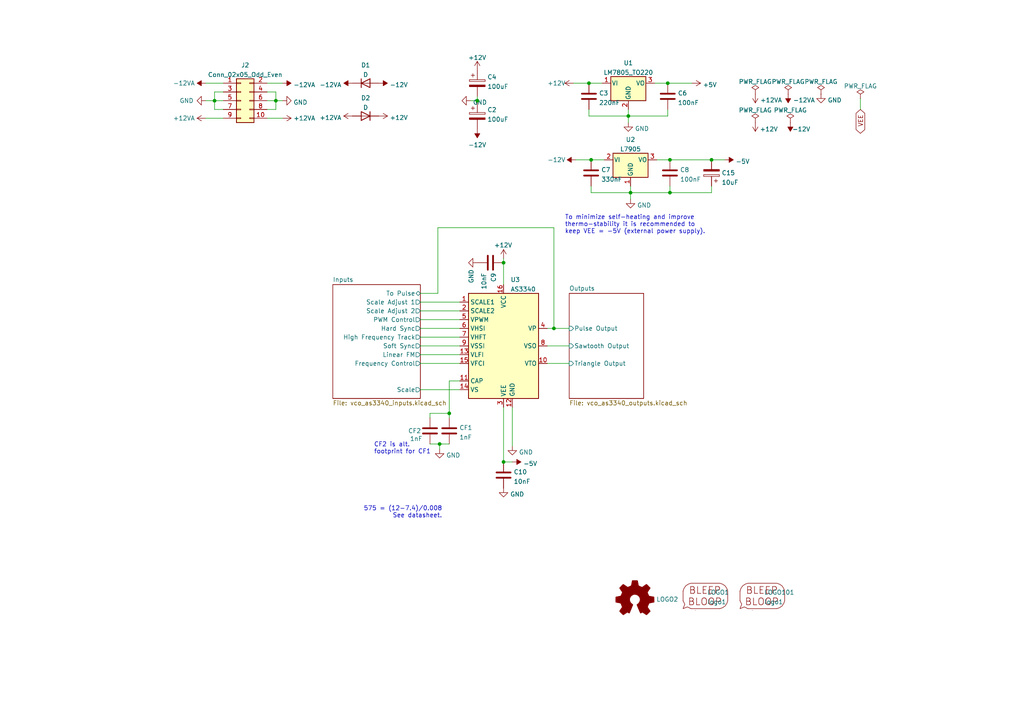
<source format=kicad_sch>
(kicad_sch (version 20211123) (generator eeschema)
  (paper "A4")
  (title_block (title "3340_VCO") (date "2022-12-09") (rev "2.0") (company "RobotDialogs"))
  (lib_symbols
    (symbol "Audio:AS3340"
      (property "Reference" "U" (at -5.08 17.78 0))
      (property "Value" "AS3340" (at 5.08 17.78 0))
      (symbol "AS3340_0_1"
        (rectangle (start -10.16 15.24) (end 10.16 -15.24) (stroke (width 0.254)) (fill (type background)))
      )
      (symbol "AS3340_1_1"
        (pin input line (at -12.7 12.7 0) (length 2.54) (name "SCALE1") (number "1"))
        (pin output line (at 12.7 -5.08 180) (length 2.54) (name "VTO") (number "10"))
        (pin passive line (at -12.7 -10.16 0) (length 2.54) (name "CAP") (number "11"))
        (pin power_in line (at 2.54 -17.78 90) (length 2.54) (name "GND") (number "12"))
        (pin input line (at -12.7 -2.54 0) (length 2.54) (name "VLFI") (number "13"))
        (pin passive line (at -12.7 -12.7 0) (length 2.54) (name "VS") (number "14"))
        (pin input line (at -12.7 -5.08 0) (length 2.54) (name "VFCI") (number "15"))
        (pin power_in line (at 0 17.78 270) (length 2.54) (name "VCC") (number "16"))
        (pin input line (at -12.7 10.16 0) (length 2.54) (name "SCALE2") (number "2"))
        (pin power_in line (at 0 -17.78 90) (length 2.54) (name "VEE") (number "3"))
        (pin output line (at 12.7 5.08 180) (length 2.54) (name "VP") (number "4"))
        (pin input line (at -12.7 7.62 0) (length 2.54) (name "VPWM") (number "5"))
        (pin input line (at -12.7 5.08 0) (length 2.54) (name "VHSI") (number "6"))
        (pin input line (at -12.7 2.54 0) (length 2.54) (name "VHFT") (number "7"))
        (pin output line (at 12.7 0 180) (length 2.54) (name "VSO") (number "8"))
        (pin input line (at -12.7 0 0) (length 2.54) (name "VSSI") (number "9"))
      )
    )
    (symbol "Connector_Generic:Conn_02x05_Odd_Even" (pin_names (offset 1.016) hide)
      (property "Reference" "J" (at 1.27 7.62 0))
      (property "Value" "Conn_02x05_Odd_Even" (at 1.27 -7.62 0))
      (symbol "Conn_02x05_Odd_Even_1_1"
        (rectangle (start -1.27 -4.953) (end 0 -5.207) (stroke (width 0.1524)))
        (rectangle (start -1.27 -2.413) (end 0 -2.667) (stroke (width 0.1524)))
        (rectangle (start -1.27 0.127) (end 0 -0.127) (stroke (width 0.1524)))
        (rectangle (start -1.27 2.667) (end 0 2.413) (stroke (width 0.1524)))
        (rectangle (start -1.27 5.207) (end 0 4.953) (stroke (width 0.1524)))
        (rectangle (start -1.27 6.35) (end 3.81 -6.35) (stroke (width 0.254)) (fill (type background)))
        (rectangle (start 3.81 -4.953) (end 2.54 -5.207) (stroke (width 0.1524)))
        (rectangle (start 3.81 -2.413) (end 2.54 -2.667) (stroke (width 0.1524)))
        (rectangle (start 3.81 0.127) (end 2.54 -0.127) (stroke (width 0.1524)))
        (rectangle (start 3.81 2.667) (end 2.54 2.413) (stroke (width 0.1524)))
        (rectangle (start 3.81 5.207) (end 2.54 4.953) (stroke (width 0.1524)))
        (pin passive line (at -5.08 5.08 0) (length 3.81) (name "Pin_1") (number "1"))
        (pin passive line (at 7.62 -5.08 180) (length 3.81) (name "Pin_10") (number "10"))
        (pin passive line (at 7.62 5.08 180) (length 3.81) (name "Pin_2") (number "2"))
        (pin passive line (at -5.08 2.54 0) (length 3.81) (name "Pin_3") (number "3"))
        (pin passive line (at 7.62 2.54 180) (length 3.81) (name "Pin_4") (number "4"))
        (pin passive line (at -5.08 0 0) (length 3.81) (name "Pin_5") (number "5"))
        (pin passive line (at 7.62 0 180) (length 3.81) (name "Pin_6") (number "6"))
        (pin passive line (at -5.08 -2.54 0) (length 3.81) (name "Pin_7") (number "7"))
        (pin passive line (at 7.62 -2.54 180) (length 3.81) (name "Pin_8") (number "8"))
        (pin passive line (at -5.08 -5.08 0) (length 3.81) (name "Pin_9") (number "9"))
      )
    )
    (symbol "Device:C" (pin_numbers hide) (pin_names (offset 0.254))
      (property "Reference" "C" (at 0.635 2.54 0))
      (property "Value" "C" (at 0.635 -2.54 0))
      (symbol "C_0_1"
        (polyline (pts (xy -2.032 -0.762) (xy 2.032 -0.762)) (stroke (width 0.508)))
        (polyline (pts (xy -2.032 0.762) (xy 2.032 0.762)) (stroke (width 0.508)))
      )
      (symbol "C_1_1"
        (pin passive line (at 0 3.81 270) (length 2.794) (name "~") (number "1"))
        (pin passive line (at 0 -3.81 90) (length 2.794) (name "~") (number "2"))
      )
    )
    (symbol "Device:C_Polarized" (pin_numbers hide) (pin_names (offset 0.254))
      (property "Reference" "C" (at 0.635 2.54 0))
      (property "Value" "C_Polarized" (at 0.635 -2.54 0))
      (symbol "C_Polarized_0_1"
        (rectangle (start -2.286 0.508) (end 2.286 1.016))
        (polyline (pts (xy -1.778 2.286) (xy -0.762 2.286)))
        (polyline (pts (xy -1.27 2.794) (xy -1.27 1.778)))
        (rectangle (start 2.286 -0.508) (end -2.286 -1.016) (fill (type outline)))
      )
      (symbol "C_Polarized_1_1"
        (pin passive line (at 0 3.81 270) (length 2.794) (name "~") (number "1"))
        (pin passive line (at 0 -3.81 90) (length 2.794) (name "~") (number "2"))
      )
    )
    (symbol "Device:D" (pin_numbers hide) (pin_names (offset 1.016) hide)
      (property "Reference" "D" (at 0 2.54 0))
      (property "Value" "D" (at 0 -2.54 0))
      (symbol "D_0_1"
        (polyline (pts (xy -1.27 1.27) (xy -1.27 -1.27)) (stroke (width 0.254)))
        (polyline (pts (xy 1.27 0) (xy -1.27 0)))
        (polyline (pts (xy 1.27 1.27) (xy 1.27 -1.27) (xy -1.27 0) (xy 1.27 1.27)) (stroke (width 0.254)))
      )
      (symbol "D_1_1"
        (pin passive line (at -3.81 0 0) (length 2.54) (name "K") (number "1"))
        (pin passive line (at 3.81 0 180) (length 2.54) (name "A") (number "2"))
      )
    )
    (symbol "My Stuff:Logo_Open_Hardware_Small" (pin_names (offset 1.016))
      (property "Reference" "LOGO1" (at 0 6.985 0))
      (symbol "Logo_Open_Hardware_Small_0_1"
        (polyline (pts (xy 3.3528 -4.3434) (xy 3.302 -4.318) (xy 3.175 -4.2418) (xy 2.9972 -4.1148) (xy 2.7686 -3.9624) (xy 2.54 -3.81) (xy 2.3622 -3.7084) (xy 2.2352 -3.6068) (xy 2.1844 -3.5814) (xy 2.159 -3.6068) (xy 2.0574 -3.6576) (xy 1.905 -3.7338) (xy 1.8034 -3.7846) (xy 1.6764 -3.8354) (xy 1.6002 -3.8354) (xy 1.6002 -3.8354) (xy 1.5494 -3.7338) (xy 1.4732 -3.5306) (xy 1.3462 -3.302) (xy 1.2446 -3.0226) (xy 1.1176 -2.7178) (xy 0.9652 -2.413) (xy 0.8636 -2.1082) (xy 0.7366 -1.8288) (xy 0.6604 -1.6256) (xy 0.6096 -1.4732) (xy 0.5842 -1.397) (xy 0.5842 -1.397) (xy 0.6604 -1.3208) (xy 0.7874 -1.2446) (xy 1.0414 -1.016) (xy 1.2954 -0.6858) (xy 1.4478 -0.3302) (xy 1.524 0.0762) (xy 1.4732 0.4572) (xy 1.3208 0.8128) (xy 1.0668 1.143) (xy 0.762 1.3716) (xy 0.4064 1.524) (xy 0 1.5748) (xy -0.381 1.5494) (xy -0.7366 1.397) (xy -1.0668 1.143) (xy -1.2192 0.9906) (xy -1.397 0.6604) (xy -1.524 0.3048) (xy -1.524 0.2286) (xy -1.4986 -0.1778) (xy -1.397 -0.5334) (xy -1.1938 -0.8636) (xy -0.9144 -1.143) (xy -0.8636 -1.1684) (xy -0.7366 -1.27) (xy -0.635 -1.3462) (xy -0.5842 -1.397) (xy -1.0668 -2.5908) (xy -1.143 -2.794) (xy -1.2954 -3.1242) (xy -1.397 -3.4036) (xy -1.4986 -3.6322) (xy -1.5748 -3.7846) (xy -1.6002 -3.8354) (xy -1.6002 -3.8354) (xy -1.651 -3.8354) (xy -1.7272 -3.81) (xy -1.905 -3.7338) (xy -2.0066 -3.683) (xy -2.1336 -3.6068) (xy -2.2098 -3.5814) (xy -2.2606 -3.6068) (xy -2.3622 -3.683) (xy -2.54 -3.81) (xy -2.7686 -3.9624) (xy -2.9718 -4.0894) (xy -3.1496 -4.2164) (xy -3.302 -4.318) (xy -3.3528 -4.3434) (xy -3.3782 -4.3434) (xy -3.429 -4.318) (xy -3.5306 -4.2164) (xy -3.7084 -4.064) (xy -3.937 -3.8354) (xy -3.9624 -3.81) (xy -4.1656 -3.6068) (xy -4.318 -3.4544) (xy -4.4196 -3.3274) (xy -4.445 -3.2766) (xy -4.445 -3.2766) (xy -4.4196 -3.2258) (xy -4.318 -3.0734) (xy -4.2164 -2.8956) (xy -4.064 -2.667) (xy -3.6576 -2.0828) (xy -3.8862 -1.5494) (xy -3.937 -1.3716) (xy -4.0386 -1.1684) (xy -4.0894 -1.0414) (xy -4.1148 -0.9652) (xy -4.191 -0.9398) (xy -4.318 -0.9144) (xy -4.5466 -0.8636) (xy -4.8006 -0.8128) (xy -5.0546 -0.7874) (xy -5.2578 -0.7366) (xy -5.4356 -0.7112) (xy -5.5118 -0.6858) (xy -5.5118 -0.6858) (xy -5.5372 -0.635) (xy -5.5372 -0.5588) (xy -5.5372 -0.4318) (xy -5.5626 -0.2286) (xy -5.5626 0.0762) (xy -5.5626 0.127) (xy -5.5372 0.4064) (xy -5.5372 0.635) (xy -5.5372 0.762) (xy -5.5372 0.8382) (xy -5.5372 0.8382) (xy -5.461 0.8382) (xy -5.3086 0.889) (xy -5.08 0.9144) (xy -4.826 0.9652) (xy -4.8006 0.9906) (xy -4.5466 1.0414) (xy -4.318 1.0668) (xy -4.1656 1.1176) (xy -4.0894 1.143) (xy -4.0894 1.143) (xy -4.0386 1.2446) (xy -3.9624 1.4224) (xy -3.8608 1.6256) (xy -3.7846 1.8288) (xy -3.7084 2.0066) (xy -3.6576 2.159) (xy -3.6322 2.2098) (xy -3.6322 2.2098) (xy -3.683 2.286) (xy -3.7592 2.413) (xy -3.8862 2.5908) (xy -4.064 2.8194) (xy -4.064 2.8448) (xy -4.2164 3.0734) (xy -4.3434 3.2512) (xy -4.4196 3.3782) (xy -4.445 3.4544) (xy -4.445 3.4544) (xy -4.3942 3.5052) (xy -4.2926 3.6322) (xy -4.1148 3.81) (xy -3.937 4.0132) (xy -3.8608 4.064) (xy -3.6576 4.2926) (xy -3.5052 4.4196) (xy -3.4036 4.4958) (xy -3.3528 4.5212) (xy -3.3528 4.5212) (xy -3.302 4.4704) (xy -3.1496 4.3688) (xy -2.9718 4.2418) (xy -2.7432 4.0894) (xy -2.7178 4.0894) (xy -2.4892 3.937) (xy -2.3114 3.81) (xy -2.1844 3.7084) (xy -2.1336 3.683) (xy -2.1082 3.683) (xy -2.032 3.7084) (xy -1.8542 3.7592) (xy -1.6764 3.8354) (xy -1.4732 3.937) (xy -1.27 4.0132) (xy -1.143 4.064) (xy -1.0668 4.1148) (xy -1.0668 4.1148) (xy -1.0414 4.191) (xy -1.016 4.3434) (xy -0.9652 4.572) (xy -0.9144 4.8514) (xy -0.889 4.9022) (xy -0.8382 5.1562) (xy -0.8128 5.3848) (xy -0.7874 5.5372) (xy -0.762 5.588) (xy -0.7112 5.6134) (xy -0.5842 5.6134) (xy -0.4064 5.6134) (xy -0.1524 5.6134) (xy 0.0762 5.6134) (xy 0.3302 5.6134) (xy 0.5334 5.6134) (xy 0.6858 5.588) (xy 0.7366 5.588) (xy 0.7366 5.588) (xy 0.762 5.5118) (xy 0.8128 5.334) (xy 0.8382 5.1054) (xy 0.9144 4.826) (xy 0.9144 4.7752) (xy 0.9652 4.5212) (xy 1.016 4.2926) (xy 1.0414 4.1402) (xy 1.0668 4.0894) (xy 1.0668 4.0894) (xy 1.1938 4.0386) (xy 1.3716 3.9624) (xy 1.5748 3.8608) (xy 2.0828 3.6576) (xy 2.7178 4.0894) (xy 2.7686 4.1402) (xy 2.9972 4.2926) (xy 3.175 4.4196) (xy 3.302 4.4958) (xy 3.3782 4.5212) (xy 3.3782 4.5212) (xy 3.429 4.4704) (xy 3.556 4.3434) (xy 3.7338 4.191) (xy 3.9116 3.9878) (xy 4.064 3.8354) (xy 4.2418 3.6576) (xy 4.3434 3.556) (xy 4.4196 3.4798) (xy 4.4196 3.429) (xy 4.4196 3.4036) (xy 4.3942 3.3274) (xy 4.2926 3.2004) (xy 4.1656 2.9972) (xy 4.0132 2.794) (xy 3.8862 2.5908) (xy 3.7592 2.3876) (xy 3.6576 2.2352) (xy 3.6322 2.159) (xy 3.6322 2.1336) (xy 3.683 2.0066) (xy 3.7592 1.8288) (xy 3.8608 1.6002) (xy 4.064 1.1176) (xy 4.3942 1.0414) (xy 4.5974 1.016) (xy 4.8768 0.9652) (xy 5.1308 0.9144) (xy 5.5372 0.8382) (xy 5.5626 -0.6604) (xy 5.4864 -0.6858) (xy 5.4356 -0.6858) (xy 5.2832 -0.7366) (xy 5.0546 -0.762) (xy 4.8006 -0.8128) (xy 4.5974 -0.8636) (xy 4.3688 -0.9144) (xy 4.2164 -0.9398) (xy 4.1402 -0.9398) (xy 4.1148 -0.9652) (xy 4.064 -1.0668) (xy 3.9878 -1.2446) (xy 3.9116 -1.4478) (xy 3.81 -1.651) (xy 3.7338 -1.8542) (xy 3.683 -2.0066) (xy 3.6576 -2.0828) (xy 3.683 -2.1336) (xy 3.7846 -2.2606) (xy 3.8862 -2.4638) (xy 4.0386 -2.667) (xy 4.191 -2.8956) (xy 4.318 -3.0734) (xy 4.3942 -3.2004) (xy 4.445 -3.2766) (xy 4.4196 -3.3274) (xy 4.3434 -3.429) (xy 4.1656 -3.5814) (xy 3.937 -3.8354) (xy 3.8862 -3.8608) (xy 3.683 -4.064) (xy 3.5306 -4.2164) (xy 3.4036 -4.318) (xy 3.3528 -4.3434)) (fill (type outline)))
      )
    )
    (symbol "My Stuff:logo1" (pin_names (offset 1.016))
      (property "Reference" "LOGO" (at 0 -4.826 0))
      (property "Value" "logo1" (at 0 4.826 0))
      (symbol "logo1_0_0"
        (text "" (at -1.27 1.27 0) (effects (font (size 1.27 1.27))))
        (text "BLEEP" (at 0 1.524 0) (effects (font (size 2 2))))
        (text "BLOOP" (at 0 -1.778 0) (effects (font (size 2 2))))
      )
      (symbol "logo1_0_1"
        (rectangle (start -2.794 -4.318) (end -2.794 -4.318) (stroke (width 0.1524)))
        (polyline (pts (xy -6.35 1.27) (xy -6.35 -1.524)) (stroke (width 0.1524)))
        (polyline (pts (xy -4.064 -3.81) (xy 4.318 -3.81)) (stroke (width 0.1524)))
        (polyline (pts (xy -4.064 3.556) (xy 4.318 3.556)) (stroke (width 0.1524)))
        (polyline (pts (xy 6.604 1.27) (xy 6.604 -1.524)) (stroke (width 0.1524)))
        (polyline (pts (xy -6.35 1.27) (xy -6.096 2.032) (xy -5.588 2.794) (xy -4.826 3.302) (xy -4.064 3.556)) (stroke (width 0.1524)))
        (polyline (pts (xy -4.064 -3.81) (xy -5.08 -3.302) (xy -6.35 -3.81) (xy -5.842 -2.54) (xy -6.35 -1.524)) (stroke (width 0.1524)))
        (polyline (pts (xy 4.318 3.556) (xy 5.08 3.302) (xy 5.842 2.794) (xy 6.35 2.032) (xy 6.604 1.27)) (stroke (width 0.1524)))
        (polyline (pts (xy 6.604 -1.524) (xy 6.35 -2.286) (xy 5.842 -3.048) (xy 5.08 -3.556) (xy 4.318 -3.81)) (stroke (width 0.1524)))
      )
    )
    (symbol "Regulator_Linear:L7905" (pin_names (offset 0.254))
      (property "Reference" "U" (at -3.81 -3.175 0))
      (property "Value" "L7905" (at 0 -3.175 0))
      (symbol "L7905_0_1"
        (rectangle (start -5.08 5.08) (end 5.08 -1.905) (stroke (width 0.254)) (fill (type background)))
      )
      (symbol "L7905_1_1"
        (pin power_in line (at 0 7.62 270) (length 2.54) (name "GND") (number "1"))
        (pin power_in line (at -7.62 0 0) (length 2.54) (name "VI") (number "2"))
        (pin power_out line (at 7.62 0 180) (length 2.54) (name "VO") (number "3"))
      )
    )
    (symbol "Regulator_Linear:LM7805_TO220" (pin_names (offset 0.254))
      (property "Reference" "U" (at -3.81 3.175 0))
      (property "Value" "LM7805_TO220" (at 0 3.175 0))
      (symbol "LM7805_TO220_0_1"
        (rectangle (start -5.08 1.905) (end 5.08 -5.08) (stroke (width 0.254)) (fill (type background)))
      )
      (symbol "LM7805_TO220_1_1"
        (pin power_in line (at -7.62 0 0) (length 2.54) (name "VI") (number "1"))
        (pin power_in line (at 0 -7.62 90) (length 2.54) (name "GND") (number "2"))
        (pin power_out line (at 7.62 0 180) (length 2.54) (name "VO") (number "3"))
      )
    )
    (symbol "power:+12V" (power) (pin_names (offset 0))
      (property "Value" "+12V" (at 0 3.556 0))
      (symbol "+12V_0_1"
        (polyline (pts (xy -0.762 1.27) (xy 0 2.54)))
        (polyline (pts (xy 0 0) (xy 0 2.54)))
        (polyline (pts (xy 0 2.54) (xy 0.762 1.27)))
      )
      (symbol "+12V_1_1"
        (pin power_in line (at 0 0 90) (length 0) hide (name "+12V") (number "1"))
      )
    )
    (symbol "power:+12VA" (power) (pin_names (offset 0))
      (property "Value" "+12VA" (at 0 3.556 0))
      (symbol "+12VA_0_1"
        (polyline (pts (xy -0.762 1.27) (xy 0 2.54)))
        (polyline (pts (xy 0 0) (xy 0 2.54)))
        (polyline (pts (xy 0 2.54) (xy 0.762 1.27)))
      )
      (symbol "+12VA_1_1"
        (pin power_in line (at 0 0 90) (length 0) hide (name "+12VA") (number "1"))
      )
    )
    (symbol "power:+5V" (power) (pin_names (offset 0))
      (property "Value" "+5V" (at 0 3.556 0))
      (symbol "+5V_0_1"
        (polyline (pts (xy -0.762 1.27) (xy 0 2.54)))
        (polyline (pts (xy 0 0) (xy 0 2.54)))
        (polyline (pts (xy 0 2.54) (xy 0.762 1.27)))
      )
      (symbol "+5V_1_1"
        (pin power_in line (at 0 0 90) (length 0) hide (name "+5V") (number "1"))
      )
    )
    (symbol "power:-12V" (power) (pin_names (offset 0))
      (property "Value" "-12V" (at 0 3.81 0))
      (symbol "-12V_0_0"
        (pin power_in line (at 0 0 90) (length 0) hide (name "-12V") (number "1"))
      )
      (symbol "-12V_0_1"
        (polyline (pts (xy 0 0) (xy 0 1.27) (xy 0.762 1.27) (xy 0 2.54) (xy -0.762 1.27) (xy 0 1.27)) (fill (type outline)))
      )
    )
    (symbol "power:-12VA" (power) (pin_names (offset 0))
      (property "Value" "-12VA" (at 0 3.556 0))
      (symbol "-12VA_0_0"
        (pin power_in line (at 0 0 90) (length 0) hide (name "-12VA") (number "1"))
      )
      (symbol "-12VA_0_1"
        (polyline (pts (xy 0 0) (xy 0 1.27) (xy 0.762 1.27) (xy 0 2.54) (xy -0.762 1.27) (xy 0 1.27)) (fill (type outline)))
      )
    )
    (symbol "power:-5V" (power) (pin_names (offset 0))
      (property "Value" "-5V" (at 0 3.81 0))
      (symbol "-5V_0_0"
        (pin power_in line (at 0 0 90) (length 0) hide (name "-5V") (number "1"))
      )
      (symbol "-5V_0_1"
        (polyline (pts (xy 0 0) (xy 0 1.27) (xy 0.762 1.27) (xy 0 2.54) (xy -0.762 1.27) (xy 0 1.27)) (fill (type outline)))
      )
    )
    (symbol "power:GND" (power) (pin_names (offset 0))
      (property "Value" "GND" (at 0 -3.81 0))
      (symbol "GND_0_1"
        (polyline (pts (xy 0 0) (xy 0 -1.27) (xy 1.27 -1.27) (xy 0 -2.54) (xy -1.27 -1.27) (xy 0 -1.27)))
      )
      (symbol "GND_1_1"
        (pin power_in line (at 0 0 270) (length 0) hide (name "GND") (number "1"))
      )
    )
    (symbol "power:PWR_FLAG" (power) (pin_numbers hide) (pin_names (offset 0) hide)
      (property "Value" "PWR_FLAG" (at 0 3.81 0))
      (symbol "PWR_FLAG_0_0"
        (pin power_out line (at 0 0 90) (length 0) (name "pwr") (number "1"))
      )
      (symbol "PWR_FLAG_0_1"
        (polyline (pts (xy 0 0) (xy 0 1.27) (xy -1.016 1.905) (xy 0 2.54) (xy 1.016 1.905) (xy 0 1.27)))
      )
    )
  )
  (junction (at 194.31 55.88))
  (junction (at 80.01 29.21))
  (junction (at 127.508 128.778))
  (junction (at 130.302 119.888))
  (junction (at 206.375 46.355))
  (junction (at 146.05 133.985))
  (junction (at 160.655 95.25))
  (junction (at 171.45 46.355))
  (junction (at 170.815 24.13))
  (junction (at 62.23 29.21))
  (junction (at 194.31 46.355))
  (junction (at 182.88 55.88))
  (junction (at 182.245 33.655))
  (junction (at 146.05 76.2))
  (junction (at 138.43 29.21))
  (junction (at 193.675 24.13))
  (wire (pts (xy 127 66.04) (xy 160.655 66.04)))
  (wire (pts (xy 146.05 133.985) (xy 148.59 133.985)))
  (wire (pts (xy 121.92 92.71) (xy 133.35 92.71)))
  (wire (pts (xy 127.508 130.302) (xy 127.508 128.778)))
  (wire (pts (xy 182.245 31.75) (xy 182.245 33.655)))
  (wire (pts (xy 138.43 29.21) (xy 138.43 29.845)))
  (wire (pts (xy 136.525 29.21) (xy 138.43 29.21)))
  (wire (pts (xy 189.865 24.13) (xy 193.675 24.13)))
  (wire (pts (xy 148.59 129.413) (xy 148.59 118.11)))
  (wire (pts (xy 62.23 26.67) (xy 62.23 29.21)))
  (wire (pts (xy 64.77 26.67) (xy 62.23 26.67)))
  (wire (pts (xy 121.92 113.03) (xy 133.35 113.03)))
  (wire (pts (xy 167.005 46.355) (xy 171.45 46.355)))
  (wire (pts (xy 80.01 29.21) (xy 80.01 31.75)))
  (wire (pts (xy 171.45 46.355) (xy 175.26 46.355)))
  (wire (pts (xy 182.88 55.88) (xy 182.88 57.785)))
  (wire (pts (xy 146.05 118.11) (xy 146.05 133.985)))
  (wire (pts (xy 158.75 105.41) (xy 165.1 105.41)))
  (wire (pts (xy 133.35 110.49) (xy 130.302 110.49)))
  (wire (pts (xy 193.675 24.13) (xy 200.66 24.13)))
  (wire (pts (xy 130.302 110.49) (xy 130.302 119.888)))
  (wire (pts (xy 121.92 87.63) (xy 133.35 87.63)))
  (wire (pts (xy 59.69 24.13) (xy 64.77 24.13)))
  (wire (pts (xy 160.655 66.04) (xy 160.655 95.25)))
  (wire (pts (xy 127 66.04) (xy 127 85.09)))
  (wire (pts (xy 194.31 46.355) (xy 206.375 46.355)))
  (wire (pts (xy 146.05 76.2) (xy 146.05 82.55)))
  (wire (pts (xy 206.375 53.975) (xy 206.375 55.88)))
  (wire (pts (xy 171.45 53.975) (xy 171.45 55.88)))
  (wire (pts (xy 62.23 29.21) (xy 64.77 29.21)))
  (wire (pts (xy 121.92 95.25) (xy 133.35 95.25)))
  (wire (pts (xy 249.555 31.75) (xy 249.555 28.575)))
  (wire (pts (xy 206.375 46.355) (xy 210.185 46.355)))
  (wire (pts (xy 182.88 53.975) (xy 182.88 55.88)))
  (wire (pts (xy 77.47 24.13) (xy 81.915 24.13)))
  (wire (pts (xy 77.47 26.67) (xy 80.01 26.67)))
  (wire (pts (xy 62.23 29.21) (xy 62.23 31.75)))
  (wire (pts (xy 170.815 31.75) (xy 170.815 33.655)))
  (wire (pts (xy 80.01 29.21) (xy 81.915 29.21)))
  (wire (pts (xy 121.92 100.33) (xy 133.35 100.33)))
  (wire (pts (xy 130.302 119.888) (xy 130.302 121.158)))
  (wire (pts (xy 170.815 33.655) (xy 182.245 33.655)))
  (wire (pts (xy 80.01 26.67) (xy 80.01 29.21)))
  (wire (pts (xy 127.508 128.778) (xy 130.302 128.778)))
  (wire (pts (xy 80.01 31.75) (xy 77.47 31.75)))
  (wire (pts (xy 193.675 33.655) (xy 193.675 31.75)))
  (wire (pts (xy 182.245 33.655) (xy 193.675 33.655)))
  (wire (pts (xy 62.23 31.75) (xy 64.77 31.75)))
  (wire (pts (xy 121.92 90.17) (xy 133.35 90.17)))
  (wire (pts (xy 158.75 95.25) (xy 160.655 95.25)))
  (wire (pts (xy 77.47 34.29) (xy 81.915 34.29)))
  (wire (pts (xy 194.31 55.88) (xy 194.31 53.975)))
  (wire (pts (xy 127 85.09) (xy 121.92 85.09)))
  (wire (pts (xy 124.714 121.158) (xy 124.714 119.888)))
  (wire (pts (xy 166.37 24.13) (xy 170.815 24.13)))
  (wire (pts (xy 146.05 74.93) (xy 146.05 76.2)))
  (wire (pts (xy 59.69 29.21) (xy 62.23 29.21)))
  (wire (pts (xy 121.92 97.79) (xy 133.35 97.79)))
  (wire (pts (xy 158.75 100.33) (xy 165.1 100.33)))
  (wire (pts (xy 190.5 46.355) (xy 194.31 46.355)))
  (wire (pts (xy 206.375 55.88) (xy 194.31 55.88)))
  (wire (pts (xy 77.47 29.21) (xy 80.01 29.21)))
  (wire (pts (xy 160.655 95.25) (xy 165.1 95.25)))
  (wire (pts (xy 64.77 34.29) (xy 59.69 34.29)))
  (wire (pts (xy 124.714 119.888) (xy 130.302 119.888)))
  (wire (pts (xy 138.43 27.94) (xy 138.43 29.21)))
  (wire (pts (xy 182.245 33.655) (xy 182.245 35.56)))
  (wire (pts (xy 124.714 128.778) (xy 127.508 128.778)))
  (wire (pts (xy 171.45 55.88) (xy 182.88 55.88)))
  (wire (pts (xy 121.92 102.87) (xy 133.35 102.87)))
  (wire (pts (xy 170.815 24.13) (xy 174.625 24.13)))
  (wire (pts (xy 182.88 55.88) (xy 194.31 55.88)))
  (wire (pts (xy 121.92 105.41) (xy 133.35 105.41)))
  (text "575 = (12-7.4)/0.008\nSee datasheet." (at 128.27 150.368 180) (effects (font (size 1.27 1.27)) (justify right bottom)))
  (text "To minimize self-heating and improve\nthermo-stability it is recommended to\nkeep VEE = -5V (external power supply)." (at 163.83 67.945 0) (effects (font (size 1.27 1.27)) (justify left bottom)))
  (text "CF2 is alt. \nfootprint for CF1" (at 108.458 131.826 0) (effects (font (size 1.27 1.27)) (justify left bottom)))
  (global_label "VEE" (shape bidirectional) (at 249.555 31.75 270) (property "Intersheet References" "${INTERSHEET_REFS}" (effects hide)))
  (symbol (lib_id "Device:D") (at 106.045 24.13 0) (unit 1)
    (property "Reference" "D1" (at 106.045 18.8935 0))
    (property "Value" "D" (at 106.045 21.6686 0))
    (property "Footprint" "Diode_THT:D_A-405_P2.54mm_Vertical_KathodeUp" (effects hide))
  )
  (symbol (lib_id "Device:C_Polarized") (at 138.43 24.13 0) (unit 1)
    (property "Reference" "C4" (at 141.351 22.3325 0) (effects (justify left)))
    (property "Value" "100uF" (at 141.351 25.1076 0) (effects (justify left)))
    (property "Footprint" "Capacitor_THT:CP_Radial_D5.0mm_P2.50mm" (effects hide))
  )
  (symbol (lib_id "power:+12VA") (at 59.69 34.29 90) (unit 1)
    (property "Reference" "#PWR0106" (effects hide))
    (property "Value" "+12VA" (at 50.165 34.29 90) (effects (justify right)))
  )
  (symbol (lib_id "power:-12VA") (at 228.6 27.305 180) (unit 1)
    (property "Reference" "#PWR0126" (effects hide))
    (property "Value" "-12VA" (at 229.997 29.054 0) (effects (justify right)))
  )
  (symbol (lib_id "power:+12V") (at 138.43 20.32 0) (unit 1)
    (property "Reference" "#PWR0130" (effects hide))
    (property "Value" "+12V" (at 138.43 16.7155 0))
  )
  (symbol (lib_id "power:GND") (at 148.59 129.413 0) (unit 1)
    (property "Reference" "#PWR06" (effects hide))
    (property "Value" "GND" (at 150.495 131.162 0) (effects (justify left)))
  )
  (symbol (lib_id "power:GND") (at 138.43 76.2 270) (unit 1)
    (property "Reference" "#PWR05" (effects hide))
    (property "Value" "GND" (at 136.681 78.105 0) (effects (justify left)))
  )
  (symbol (lib_id "Connector_Generic:Conn_02x05_Odd_Even") (at 69.85 29.21 0) (unit 1)
    (property "Reference" "J2" (at 71.12 18.8935 0))
    (property "Value" "Conn_02x05_Odd_Even" (at 71.12 21.6686 0))
    (property "Footprint" "Connector_IDC:IDC-Header_2x05_P2.54mm_Vertical" (effects hide))
  )
  (symbol (lib_id "My Stuff:Logo_Open_Hardware_Small") (at 184.15 173.99 0) (unit 1)
    (property "Reference" "LOGO2" (at 190.3476 173.834 0) (effects (justify left)))
    (property "Value" "Logo_Open_Hardware_Small" (effects hide))
    (property "Footprint" "Symbol:OSHW-Symbol_6.7x6mm_SilkScreen" (effects hide))
  )
  (symbol (lib_id "power:-12V") (at 138.43 37.465 180) (unit 1)
    (property "Reference" "#PWR0122" (effects hide))
    (property "Value" "-12V" (at 138.43 42.0275 0))
  )
  (symbol (lib_id "power:+12V") (at 109.855 33.655 270) (unit 1)
    (property "Reference" "#PWR0112" (effects hide))
    (property "Value" "+12V" (at 113.03 34.134 90) (effects (justify left)))
  )
  (symbol (lib_id "power:-12VA") (at 59.69 24.13 90) (unit 1)
    (property "Reference" "#PWR0105" (effects hide))
    (property "Value" "-12VA" (at 50.165 24.13 90) (effects (justify right)))
  )
  (symbol (lib_id "power:-12V") (at 229.235 35.56 180) (unit 1)
    (property "Reference" "#PWR0127" (effects hide))
    (property "Value" "-12V" (at 232.41 37.465 0))
  )
  (symbol (lib_id "Device:C_Polarized") (at 138.43 33.655 0) (unit 1)
    (property "Reference" "C2" (at 141.351 31.8575 0) (effects (justify left)))
    (property "Value" "100uF" (at 141.351 34.6326 0) (effects (justify left)))
    (property "Footprint" "Capacitor_THT:CP_Radial_D5.0mm_P2.50mm" (effects hide))
  )
  (symbol (lib_id "power:PWR_FLAG") (at 219.075 35.56 0) (unit 1)
    (property "Reference" "#FLG0102" (effects hide))
    (property "Value" "PWR_FLAG" (at 219.075 31.9555 0))
  )
  (symbol (lib_id "power:-5V") (at 148.59 133.985 270) (unit 1)
    (property "Reference" "#PWR09" (effects hide))
    (property "Value" "-5V" (at 151.765 134.464 90) (effects (justify left)))
  )
  (symbol (lib_id "power:PWR_FLAG") (at 249.555 28.575 0) (unit 1)
    (property "Reference" "#FLG0106" (effects hide))
    (property "Value" "PWR_FLAG" (at 249.555 24.9705 0))
  )
  (symbol (lib_id "power:GND") (at 182.245 35.56 0) (unit 1)
    (property "Reference" "#PWR0101" (effects hide))
    (property "Value" "GND" (at 184.15 37.309 0) (effects (justify left)))
  )
  (symbol (lib_id "power:+12V") (at 219.075 35.56 180) (unit 1)
    (property "Reference" "#PWR0124" (effects hide))
    (property "Value" "+12V" (at 220.345 37.465 0) (effects (justify right)))
  )
  (symbol (lib_id "Device:C") (at 194.31 50.165 0) (unit 1)
    (property "Reference" "C8" (at 197.231 49.2565 0) (effects (justify left)))
    (property "Value" "100nF" (at 197.231 52.0316 0) (effects (justify left)))
    (property "Footprint" "Capacitor_SMD:C_1206_3216Metric_Pad1.33x1.80mm_HandSolder" (effects hide))
  )
  (symbol (lib_id "power:+12VA") (at 219.075 27.305 180) (unit 1)
    (property "Reference" "#PWR0125" (effects hide))
    (property "Value" "+12VA" (at 220.472 29.054 0) (effects (justify right)))
  )
  (symbol (lib_id "power:PWR_FLAG") (at 238.125 27.305 0) (unit 1)
    (property "Reference" "#FLG0103" (effects hide))
    (property "Value" "PWR_FLAG" (at 238.125 23.7005 0))
  )
  (symbol (lib_id "power:GND") (at 146.05 141.605 0) (unit 1)
    (property "Reference" "#PWR010" (effects hide))
    (property "Value" "GND" (at 147.955 143.354 0) (effects (justify left)))
  )
  (symbol (lib_id "power:-12VA") (at 102.235 24.13 90) (unit 1)
    (property "Reference" "#PWR0107" (effects hide))
    (property "Value" "-12VA" (at 99.06 24.609 90) (effects (justify left)))
  )
  (symbol (lib_id "Device:C") (at 130.302 124.968 0) (unit 1)
    (property "Reference" "CF1" (at 133.223 124.0595 0) (effects (justify left)))
    (property "Value" "1nF" (at 133.223 126.8346 0) (effects (justify left)))
    (property "Footprint" "Capacitor_THT:C_Rect_L10.0mm_W2.5mm_P7.50mm_MKS4" (effects hide))
  )
  (symbol (lib_id "power:GND") (at 182.88 57.785 0) (unit 1)
    (property "Reference" "#PWR03" (effects hide))
    (property "Value" "GND" (at 184.785 59.534 0) (effects (justify left)))
  )
  (symbol (lib_id "power:+12V") (at 146.05 74.93 0) (unit 1)
    (property "Reference" "#PWR04" (effects hide))
    (property "Value" "+12V" (at 148.59 71.12 0) (effects (justify right)))
  )
  (symbol (lib_id "power:PWR_FLAG") (at 219.075 27.305 0) (unit 1)
    (property "Reference" "#FLG0101" (effects hide))
    (property "Value" "PWR_FLAG" (at 219.075 23.7005 0))
  )
  (symbol (lib_id "power:PWR_FLAG") (at 228.6 27.305 0) (unit 1)
    (property "Reference" "#FLG0104" (effects hide))
    (property "Value" "PWR_FLAG" (at 228.6 23.7005 0))
  )
  (symbol (lib_id "Device:C") (at 146.05 137.795 0) (unit 1)
    (property "Reference" "C10" (at 148.971 136.8865 0) (effects (justify left)))
    (property "Value" "10nF" (at 148.971 139.6616 0) (effects (justify left)))
    (property "Footprint" "Capacitor_SMD:C_1206_3216Metric_Pad1.33x1.80mm_HandSolder" (effects hide))
  )
  (symbol (lib_id "power:+5V") (at 200.66 24.13 270) (unit 1)
    (property "Reference" "#PWR0102" (effects hide))
    (property "Value" "+5V" (at 203.835 24.609 90) (effects (justify left)))
  )
  (symbol (lib_id "Regulator_Linear:LM7805_TO220") (at 182.245 24.13 0) (unit 1)
    (property "Reference" "U1" (at 182.245 18.2585 0))
    (property "Value" "LM7805_TO220" (at 182.245 21.0336 0))
    (property "Footprint" "Package_TO_SOT_THT:TO-220-3_Vertical" (effects hide))
    (property "Datasheet" "https://www.onsemi.cn/PowerSolutions/document/MC7800-D.PDF" (effects hide))
  )
  (symbol (lib_id "power:+12V") (at 166.37 24.13 90) (unit 1)
    (property "Reference" "#PWR0103" (effects hide))
    (property "Value" "+12V" (at 158.75 24.13 90) (effects (justify right)))
  )
  (symbol (lib_id "power:-12V") (at 167.005 46.355 90) (unit 1)
    (property "Reference" "#PWR01" (effects hide))
    (property "Value" "-12V" (at 158.75 46.355 90) (effects (justify right)))
  )
  (symbol (lib_id "power:GND") (at 81.915 29.21 90) (unit 1)
    (property "Reference" "#PWR0111" (effects hide))
    (property "Value" "GND" (at 85.09 29.689 90) (effects (justify right)))
  )
  (symbol (lib_id "Device:C") (at 193.675 27.94 0) (unit 1)
    (property "Reference" "C6" (at 196.596 27.0315 0) (effects (justify left)))
    (property "Value" "100nF" (at 196.596 29.8066 0) (effects (justify left)))
    (property "Footprint" "Capacitor_SMD:C_1206_3216Metric_Pad1.33x1.80mm_HandSolder" (effects hide))
  )
  (symbol (lib_id "Audio:AS3340") (at 146.05 100.33 0) (unit 1)
    (property "Reference" "U3" (at 148.0694 81.1235 0) (effects (justify left)))
    (property "Value" "AS3340" (at 148.0694 83.8986 0) (effects (justify left)))
    (property "Footprint" "Package_DIP:DIP-16_W7.62mm_Socket_LongPads" (effects hide))
    (property "Datasheet" "http://www.alfarzpp.lv/eng/sc/AS3340.pdf" (effects hide))
  )
  (symbol (lib_id "Device:C_Polarized") (at 206.375 50.165 180) (unit 1)
    (property "Reference" "C15" (at 209.296 50.1455 0) (effects (justify right)))
    (property "Value" "10uF" (at 209.296 52.9206 0) (effects (justify right)))
    (property "Footprint" "Capacitor_THT:CP_Radial_D5.0mm_P2.50mm" (effects hide))
  )
  (symbol (lib_id "power:+12VA") (at 102.235 33.655 90) (unit 1)
    (property "Reference" "#PWR0108" (effects hide))
    (property "Value" "+12VA" (at 99.06 34.134 90) (effects (justify left)))
  )
  (symbol (lib_id "Device:C") (at 171.45 50.165 0) (unit 1)
    (property "Reference" "C7" (at 174.371 49.2565 0) (effects (justify left)))
    (property "Value" "330nF" (at 174.371 52.0316 0) (effects (justify left)))
    (property "Footprint" "Capacitor_SMD:C_1206_3216Metric_Pad1.33x1.80mm_HandSolder" (effects hide))
  )
  (symbol (lib_id "power:-12V") (at 109.855 24.13 270) (unit 1)
    (property "Reference" "#PWR0113" (effects hide))
    (property "Value" "-12V" (at 113.03 24.609 90) (effects (justify left)))
  )
  (symbol (lib_id "My Stuff:logo1") (at 220.98 172.72 0) (unit 1)
    (property "Reference" "LOGO101" (at 221.615 171.8115 0) (effects (justify left)))
    (property "Value" "logo1" (at 221.615 174.5866 0) (effects (justify left)))
    (property "Footprint" "My Stuff:Logo2" (effects hide))
  )
  (symbol (lib_id "Device:C") (at 170.815 27.94 0) (unit 1)
    (property "Reference" "C3" (at 173.736 27.0315 0) (effects (justify left)))
    (property "Value" "220nF" (at 173.736 29.8066 0) (effects (justify left)))
    (property "Footprint" "Capacitor_SMD:C_1206_3216Metric_Pad1.33x1.80mm_HandSolder" (effects hide))
  )
  (symbol (lib_id "power:-5V") (at 210.185 46.355 270) (unit 1)
    (property "Reference" "#PWR02" (effects hide))
    (property "Value" "-5V" (at 213.36 46.834 90) (effects (justify left)))
  )
  (symbol (lib_id "power:GND") (at 136.525 29.21 270) (unit 1)
    (property "Reference" "#PWR0123" (effects hide))
    (property "Value" "GND" (at 137.16 29.689 90) (effects (justify left)))
  )
  (symbol (lib_id "power:-12VA") (at 81.915 24.13 270) (unit 1)
    (property "Reference" "#PWR0109" (effects hide))
    (property "Value" "-12VA" (at 85.09 24.609 90) (effects (justify left)))
  )
  (symbol (lib_id "Regulator_Linear:L7905") (at 182.88 46.355 0) (mirror x) (unit 1)
    (property "Reference" "U2" (at 182.88 40.4835 0))
    (property "Value" "L7905" (at 182.88 43.2586 0))
    (property "Footprint" "Package_TO_SOT_THT:TO-220-3_Vertical" (effects hide))
    (property "Datasheet" "http://www.st.com/content/ccc/resource/technical/document/datasheet/c9/16/86/41/c7/2b/45/f2/CD00000450.pdf/files/CD00000450.pdf/jcr:content/translations/en.CD00000450.pdf" (effects hide))
  )
  (symbol (lib_id "power:GND") (at 127.508 130.302 0) (unit 1)
    (property "Reference" "#PWR07" (effects hide))
    (property "Value" "GND" (at 129.413 132.051 0) (effects (justify left)))
  )
  (symbol (lib_id "power:+12VA") (at 81.915 34.29 270) (unit 1)
    (property "Reference" "#PWR0110" (effects hide))
    (property "Value" "+12VA" (at 85.09 34.29 90) (effects (justify left)))
  )
  (symbol (lib_id "power:GND") (at 238.125 27.305 0) (unit 1)
    (property "Reference" "#PWR0128" (effects hide))
    (property "Value" "GND" (at 240.03 29.054 0) (effects (justify left)))
  )
  (symbol (lib_id "power:PWR_FLAG") (at 229.235 35.56 0) (unit 1)
    (property "Reference" "#FLG0105" (effects hide))
    (property "Value" "PWR_FLAG" (at 229.235 31.9555 0))
  )
  (symbol (lib_id "Device:D") (at 106.045 33.655 180) (unit 1)
    (property "Reference" "D2" (at 106.045 28.4185 0))
    (property "Value" "D" (at 106.045 31.1936 0))
    (property "Footprint" "Diode_THT:D_A-405_P2.54mm_Vertical_KathodeUp" (effects hide))
  )
  (symbol (lib_id "My Stuff:logo1") (at 204.47 172.72 0) (unit 1)
    (property "Reference" "LOGO1" (at 205.105 171.8115 0) (effects (justify left)))
    (property "Value" "logo1" (at 205.105 174.5866 0) (effects (justify left)))
    (property "Footprint" "My Stuff:Logo1" (effects hide))
  )
  (symbol (lib_id "power:GND") (at 59.69 29.21 270) (unit 1)
    (property "Reference" "#PWR0104" (effects hide))
    (property "Value" "GND" (at 52.07 29.21 90) (effects (justify left)))
  )
  (symbol (lib_id "Device:C") (at 124.714 124.968 0) (unit 1)
    (property "Reference" "CF2" (at 118.364 124.968 0) (effects (justify left)))
    (property "Value" "1nF" (at 118.872 127.254 0) (effects (justify left)))
    (property "Footprint" "Capacitor_THT:C_Rect_L7.0mm_W2.5mm_P5.00mm" (effects hide))
  )
  (symbol (lib_id "Device:C") (at 142.24 76.2 270) (unit 1)
    (property "Reference" "C9" (at 143.1485 79.121 0) (effects (justify left)))
    (property "Value" "10nF" (at 140.3734 79.121 0) (effects (justify left)))
    (property "Footprint" "Capacitor_SMD:C_1206_3216Metric_Pad1.33x1.80mm_HandSolder" (effects hide))
  )
  (sheet (at 165.1 85.09) (size 21.59 30.48) (stroke (width 0.1524))
    (property "Sheet name" "Outputs" (at 165.1 84.3784 0) (effects (justify left bottom)))
    (property "Sheet file" "vco_as3340_outputs.kicad_sch" (at 165.1 116.1546 0) (effects (justify left top)))
    (pin "Triangle Output" input (at 165.1 105.41 180))
    (pin "Sawtooth Output" input (at 165.1 100.33 180))
    (pin "Pulse Output" input (at 165.1 95.25 180))
  )
  (sheet (at 96.52 82.55) (size 25.4 33.02) (stroke (width 0.1524))
    (property "Sheet name" "Inputs" (at 96.52 81.8384 0) (effects (justify left bottom)))
    (property "Sheet file" "vco_as3340_inputs.kicad_sch" (at 96.52 116.1546 0) (effects (justify left top)))
    (pin "PWM Control" output (at 121.92 92.71 0))
    (pin "Frequency Control" output (at 121.92 105.41 0))
    (pin "Scale Adjust 1" output (at 121.92 87.63 0))
    (pin "Scale Adjust 2" output (at 121.92 90.17 0))
    (pin "Soft Sync" output (at 121.92 100.33 0))
    (pin "Hard Sync" output (at 121.92 95.25 0))
    (pin "High Frequency Track" output (at 121.92 97.79 0))
    (pin "Linear FM" output (at 121.92 102.87 0))
    (pin "Scale" output (at 121.92 113.03 0))
    (pin "To Pulse" bidirectional (at 121.92 85.09 0))
  )
)
</source>
